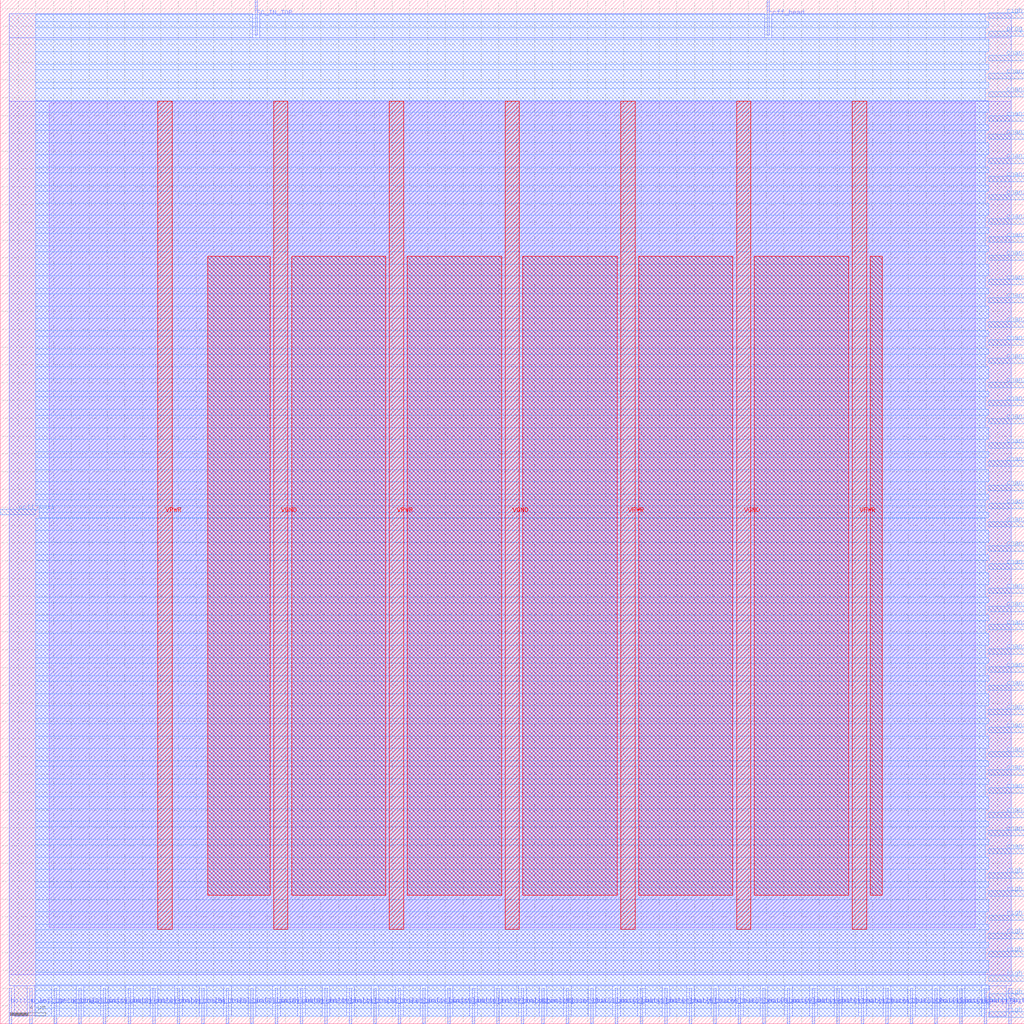
<source format=lef>
VERSION 5.7 ;
  NOWIREEXTENSIONATPIN ON ;
  DIVIDERCHAR "/" ;
  BUSBITCHARS "[]" ;
MACRO sb_0__2_
  CLASS BLOCK ;
  FOREIGN sb_0__2_ ;
  ORIGIN 0.000 0.000 ;
  SIZE 115.000 BY 115.000 ;
  PIN SC_IN_TOP
    DIRECTION INPUT ;
    USE SIGNAL ;
    PORT
      LAYER met2 ;
        RECT 28.610 111.000 28.890 115.000 ;
    END
  END SC_IN_TOP
  PIN SC_OUT_BOT
    DIRECTION OUTPUT TRISTATE ;
    USE SIGNAL ;
    PORT
      LAYER met2 ;
        RECT 113.250 0.000 113.530 4.000 ;
    END
  END SC_OUT_BOT
  PIN VGND
    DIRECTION INPUT ;
    USE GROUND ;
    PORT
      LAYER met4 ;
        RECT 30.710 10.640 32.310 103.600 ;
    END
    PORT
      LAYER met4 ;
        RECT 56.700 10.640 58.300 103.600 ;
    END
    PORT
      LAYER met4 ;
        RECT 82.690 10.640 84.290 103.600 ;
    END
  END VGND
  PIN VPWR
    DIRECTION INPUT ;
    USE POWER ;
    PORT
      LAYER met4 ;
        RECT 17.715 10.640 19.315 103.600 ;
    END
    PORT
      LAYER met4 ;
        RECT 43.705 10.640 45.305 103.600 ;
    END
    PORT
      LAYER met4 ;
        RECT 69.695 10.640 71.295 103.600 ;
    END
    PORT
      LAYER met4 ;
        RECT 95.685 10.640 97.285 103.600 ;
    END
  END VPWR
  PIN bottom_left_grid_pin_1_
    DIRECTION INPUT ;
    USE SIGNAL ;
    PORT
      LAYER met2 ;
        RECT 1.010 0.000 1.290 4.000 ;
    END
  END bottom_left_grid_pin_1_
  PIN ccff_head
    DIRECTION INPUT ;
    USE SIGNAL ;
    PORT
      LAYER met2 ;
        RECT 86.110 111.000 86.390 115.000 ;
    END
  END ccff_head
  PIN ccff_tail
    DIRECTION OUTPUT TRISTATE ;
    USE SIGNAL ;
    PORT
      LAYER met3 ;
        RECT 0.000 57.160 4.000 57.760 ;
    END
  END ccff_tail
  PIN chanx_right_in[0]
    DIRECTION INPUT ;
    USE SIGNAL ;
    PORT
      LAYER met3 ;
        RECT 111.000 19.080 115.000 19.680 ;
    END
  END chanx_right_in[0]
  PIN chanx_right_in[10]
    DIRECTION INPUT ;
    USE SIGNAL ;
    PORT
      LAYER met3 ;
        RECT 111.000 41.520 115.000 42.120 ;
    END
  END chanx_right_in[10]
  PIN chanx_right_in[11]
    DIRECTION INPUT ;
    USE SIGNAL ;
    PORT
      LAYER met3 ;
        RECT 111.000 44.240 115.000 44.840 ;
    END
  END chanx_right_in[11]
  PIN chanx_right_in[12]
    DIRECTION INPUT ;
    USE SIGNAL ;
    PORT
      LAYER met3 ;
        RECT 111.000 46.280 115.000 46.880 ;
    END
  END chanx_right_in[12]
  PIN chanx_right_in[13]
    DIRECTION INPUT ;
    USE SIGNAL ;
    PORT
      LAYER met3 ;
        RECT 111.000 48.320 115.000 48.920 ;
    END
  END chanx_right_in[13]
  PIN chanx_right_in[14]
    DIRECTION INPUT ;
    USE SIGNAL ;
    PORT
      LAYER met3 ;
        RECT 111.000 51.040 115.000 51.640 ;
    END
  END chanx_right_in[14]
  PIN chanx_right_in[15]
    DIRECTION INPUT ;
    USE SIGNAL ;
    PORT
      LAYER met3 ;
        RECT 111.000 53.080 115.000 53.680 ;
    END
  END chanx_right_in[15]
  PIN chanx_right_in[16]
    DIRECTION INPUT ;
    USE SIGNAL ;
    PORT
      LAYER met3 ;
        RECT 111.000 55.800 115.000 56.400 ;
    END
  END chanx_right_in[16]
  PIN chanx_right_in[17]
    DIRECTION INPUT ;
    USE SIGNAL ;
    PORT
      LAYER met3 ;
        RECT 111.000 57.840 115.000 58.440 ;
    END
  END chanx_right_in[17]
  PIN chanx_right_in[18]
    DIRECTION INPUT ;
    USE SIGNAL ;
    PORT
      LAYER met3 ;
        RECT 111.000 59.880 115.000 60.480 ;
    END
  END chanx_right_in[18]
  PIN chanx_right_in[19]
    DIRECTION INPUT ;
    USE SIGNAL ;
    PORT
      LAYER met3 ;
        RECT 111.000 62.600 115.000 63.200 ;
    END
  END chanx_right_in[19]
  PIN chanx_right_in[1]
    DIRECTION INPUT ;
    USE SIGNAL ;
    PORT
      LAYER met3 ;
        RECT 111.000 21.120 115.000 21.720 ;
    END
  END chanx_right_in[1]
  PIN chanx_right_in[2]
    DIRECTION INPUT ;
    USE SIGNAL ;
    PORT
      LAYER met3 ;
        RECT 111.000 23.160 115.000 23.760 ;
    END
  END chanx_right_in[2]
  PIN chanx_right_in[3]
    DIRECTION INPUT ;
    USE SIGNAL ;
    PORT
      LAYER met3 ;
        RECT 111.000 25.880 115.000 26.480 ;
    END
  END chanx_right_in[3]
  PIN chanx_right_in[4]
    DIRECTION INPUT ;
    USE SIGNAL ;
    PORT
      LAYER met3 ;
        RECT 111.000 27.920 115.000 28.520 ;
    END
  END chanx_right_in[4]
  PIN chanx_right_in[5]
    DIRECTION INPUT ;
    USE SIGNAL ;
    PORT
      LAYER met3 ;
        RECT 111.000 29.960 115.000 30.560 ;
    END
  END chanx_right_in[5]
  PIN chanx_right_in[6]
    DIRECTION INPUT ;
    USE SIGNAL ;
    PORT
      LAYER met3 ;
        RECT 111.000 32.680 115.000 33.280 ;
    END
  END chanx_right_in[6]
  PIN chanx_right_in[7]
    DIRECTION INPUT ;
    USE SIGNAL ;
    PORT
      LAYER met3 ;
        RECT 111.000 34.720 115.000 35.320 ;
    END
  END chanx_right_in[7]
  PIN chanx_right_in[8]
    DIRECTION INPUT ;
    USE SIGNAL ;
    PORT
      LAYER met3 ;
        RECT 111.000 37.440 115.000 38.040 ;
    END
  END chanx_right_in[8]
  PIN chanx_right_in[9]
    DIRECTION INPUT ;
    USE SIGNAL ;
    PORT
      LAYER met3 ;
        RECT 111.000 39.480 115.000 40.080 ;
    END
  END chanx_right_in[9]
  PIN chanx_right_out[0]
    DIRECTION OUTPUT TRISTATE ;
    USE SIGNAL ;
    PORT
      LAYER met3 ;
        RECT 111.000 64.640 115.000 65.240 ;
    END
  END chanx_right_out[0]
  PIN chanx_right_out[10]
    DIRECTION OUTPUT TRISTATE ;
    USE SIGNAL ;
    PORT
      LAYER met3 ;
        RECT 111.000 87.760 115.000 88.360 ;
    END
  END chanx_right_out[10]
  PIN chanx_right_out[11]
    DIRECTION OUTPUT TRISTATE ;
    USE SIGNAL ;
    PORT
      LAYER met3 ;
        RECT 111.000 89.800 115.000 90.400 ;
    END
  END chanx_right_out[11]
  PIN chanx_right_out[12]
    DIRECTION OUTPUT TRISTATE ;
    USE SIGNAL ;
    PORT
      LAYER met3 ;
        RECT 111.000 92.520 115.000 93.120 ;
    END
  END chanx_right_out[12]
  PIN chanx_right_out[13]
    DIRECTION OUTPUT TRISTATE ;
    USE SIGNAL ;
    PORT
      LAYER met3 ;
        RECT 111.000 94.560 115.000 95.160 ;
    END
  END chanx_right_out[13]
  PIN chanx_right_out[14]
    DIRECTION OUTPUT TRISTATE ;
    USE SIGNAL ;
    PORT
      LAYER met3 ;
        RECT 111.000 96.600 115.000 97.200 ;
    END
  END chanx_right_out[14]
  PIN chanx_right_out[15]
    DIRECTION OUTPUT TRISTATE ;
    USE SIGNAL ;
    PORT
      LAYER met3 ;
        RECT 111.000 99.320 115.000 99.920 ;
    END
  END chanx_right_out[15]
  PIN chanx_right_out[16]
    DIRECTION OUTPUT TRISTATE ;
    USE SIGNAL ;
    PORT
      LAYER met3 ;
        RECT 111.000 101.360 115.000 101.960 ;
    END
  END chanx_right_out[16]
  PIN chanx_right_out[17]
    DIRECTION OUTPUT TRISTATE ;
    USE SIGNAL ;
    PORT
      LAYER met3 ;
        RECT 111.000 104.080 115.000 104.680 ;
    END
  END chanx_right_out[17]
  PIN chanx_right_out[18]
    DIRECTION OUTPUT TRISTATE ;
    USE SIGNAL ;
    PORT
      LAYER met3 ;
        RECT 111.000 106.120 115.000 106.720 ;
    END
  END chanx_right_out[18]
  PIN chanx_right_out[19]
    DIRECTION OUTPUT TRISTATE ;
    USE SIGNAL ;
    PORT
      LAYER met3 ;
        RECT 111.000 108.160 115.000 108.760 ;
    END
  END chanx_right_out[19]
  PIN chanx_right_out[1]
    DIRECTION OUTPUT TRISTATE ;
    USE SIGNAL ;
    PORT
      LAYER met3 ;
        RECT 111.000 67.360 115.000 67.960 ;
    END
  END chanx_right_out[1]
  PIN chanx_right_out[2]
    DIRECTION OUTPUT TRISTATE ;
    USE SIGNAL ;
    PORT
      LAYER met3 ;
        RECT 111.000 69.400 115.000 70.000 ;
    END
  END chanx_right_out[2]
  PIN chanx_right_out[3]
    DIRECTION OUTPUT TRISTATE ;
    USE SIGNAL ;
    PORT
      LAYER met3 ;
        RECT 111.000 71.440 115.000 72.040 ;
    END
  END chanx_right_out[3]
  PIN chanx_right_out[4]
    DIRECTION OUTPUT TRISTATE ;
    USE SIGNAL ;
    PORT
      LAYER met3 ;
        RECT 111.000 74.160 115.000 74.760 ;
    END
  END chanx_right_out[4]
  PIN chanx_right_out[5]
    DIRECTION OUTPUT TRISTATE ;
    USE SIGNAL ;
    PORT
      LAYER met3 ;
        RECT 111.000 76.200 115.000 76.800 ;
    END
  END chanx_right_out[5]
  PIN chanx_right_out[6]
    DIRECTION OUTPUT TRISTATE ;
    USE SIGNAL ;
    PORT
      LAYER met3 ;
        RECT 111.000 78.240 115.000 78.840 ;
    END
  END chanx_right_out[6]
  PIN chanx_right_out[7]
    DIRECTION OUTPUT TRISTATE ;
    USE SIGNAL ;
    PORT
      LAYER met3 ;
        RECT 111.000 80.960 115.000 81.560 ;
    END
  END chanx_right_out[7]
  PIN chanx_right_out[8]
    DIRECTION OUTPUT TRISTATE ;
    USE SIGNAL ;
    PORT
      LAYER met3 ;
        RECT 111.000 83.000 115.000 83.600 ;
    END
  END chanx_right_out[8]
  PIN chanx_right_out[9]
    DIRECTION OUTPUT TRISTATE ;
    USE SIGNAL ;
    PORT
      LAYER met3 ;
        RECT 111.000 85.720 115.000 86.320 ;
    END
  END chanx_right_out[9]
  PIN chany_bottom_in[0]
    DIRECTION INPUT ;
    USE SIGNAL ;
    PORT
      LAYER met2 ;
        RECT 3.310 0.000 3.590 4.000 ;
    END
  END chany_bottom_in[0]
  PIN chany_bottom_in[10]
    DIRECTION INPUT ;
    USE SIGNAL ;
    PORT
      LAYER met2 ;
        RECT 30.910 0.000 31.190 4.000 ;
    END
  END chany_bottom_in[10]
  PIN chany_bottom_in[11]
    DIRECTION INPUT ;
    USE SIGNAL ;
    PORT
      LAYER met2 ;
        RECT 33.670 0.000 33.950 4.000 ;
    END
  END chany_bottom_in[11]
  PIN chany_bottom_in[12]
    DIRECTION INPUT ;
    USE SIGNAL ;
    PORT
      LAYER met2 ;
        RECT 36.430 0.000 36.710 4.000 ;
    END
  END chany_bottom_in[12]
  PIN chany_bottom_in[13]
    DIRECTION INPUT ;
    USE SIGNAL ;
    PORT
      LAYER met2 ;
        RECT 39.190 0.000 39.470 4.000 ;
    END
  END chany_bottom_in[13]
  PIN chany_bottom_in[14]
    DIRECTION INPUT ;
    USE SIGNAL ;
    PORT
      LAYER met2 ;
        RECT 41.950 0.000 42.230 4.000 ;
    END
  END chany_bottom_in[14]
  PIN chany_bottom_in[15]
    DIRECTION INPUT ;
    USE SIGNAL ;
    PORT
      LAYER met2 ;
        RECT 44.710 0.000 44.990 4.000 ;
    END
  END chany_bottom_in[15]
  PIN chany_bottom_in[16]
    DIRECTION INPUT ;
    USE SIGNAL ;
    PORT
      LAYER met2 ;
        RECT 47.470 0.000 47.750 4.000 ;
    END
  END chany_bottom_in[16]
  PIN chany_bottom_in[17]
    DIRECTION INPUT ;
    USE SIGNAL ;
    PORT
      LAYER met2 ;
        RECT 50.230 0.000 50.510 4.000 ;
    END
  END chany_bottom_in[17]
  PIN chany_bottom_in[18]
    DIRECTION INPUT ;
    USE SIGNAL ;
    PORT
      LAYER met2 ;
        RECT 52.990 0.000 53.270 4.000 ;
    END
  END chany_bottom_in[18]
  PIN chany_bottom_in[19]
    DIRECTION INPUT ;
    USE SIGNAL ;
    PORT
      LAYER met2 ;
        RECT 55.750 0.000 56.030 4.000 ;
    END
  END chany_bottom_in[19]
  PIN chany_bottom_in[1]
    DIRECTION INPUT ;
    USE SIGNAL ;
    PORT
      LAYER met2 ;
        RECT 6.070 0.000 6.350 4.000 ;
    END
  END chany_bottom_in[1]
  PIN chany_bottom_in[2]
    DIRECTION INPUT ;
    USE SIGNAL ;
    PORT
      LAYER met2 ;
        RECT 8.830 0.000 9.110 4.000 ;
    END
  END chany_bottom_in[2]
  PIN chany_bottom_in[3]
    DIRECTION INPUT ;
    USE SIGNAL ;
    PORT
      LAYER met2 ;
        RECT 11.590 0.000 11.870 4.000 ;
    END
  END chany_bottom_in[3]
  PIN chany_bottom_in[4]
    DIRECTION INPUT ;
    USE SIGNAL ;
    PORT
      LAYER met2 ;
        RECT 14.350 0.000 14.630 4.000 ;
    END
  END chany_bottom_in[4]
  PIN chany_bottom_in[5]
    DIRECTION INPUT ;
    USE SIGNAL ;
    PORT
      LAYER met2 ;
        RECT 17.110 0.000 17.390 4.000 ;
    END
  END chany_bottom_in[5]
  PIN chany_bottom_in[6]
    DIRECTION INPUT ;
    USE SIGNAL ;
    PORT
      LAYER met2 ;
        RECT 19.870 0.000 20.150 4.000 ;
    END
  END chany_bottom_in[6]
  PIN chany_bottom_in[7]
    DIRECTION INPUT ;
    USE SIGNAL ;
    PORT
      LAYER met2 ;
        RECT 22.630 0.000 22.910 4.000 ;
    END
  END chany_bottom_in[7]
  PIN chany_bottom_in[8]
    DIRECTION INPUT ;
    USE SIGNAL ;
    PORT
      LAYER met2 ;
        RECT 25.390 0.000 25.670 4.000 ;
    END
  END chany_bottom_in[8]
  PIN chany_bottom_in[9]
    DIRECTION INPUT ;
    USE SIGNAL ;
    PORT
      LAYER met2 ;
        RECT 28.150 0.000 28.430 4.000 ;
    END
  END chany_bottom_in[9]
  PIN chany_bottom_out[0]
    DIRECTION OUTPUT TRISTATE ;
    USE SIGNAL ;
    PORT
      LAYER met2 ;
        RECT 58.510 0.000 58.790 4.000 ;
    END
  END chany_bottom_out[0]
  PIN chany_bottom_out[10]
    DIRECTION OUTPUT TRISTATE ;
    USE SIGNAL ;
    PORT
      LAYER met2 ;
        RECT 85.650 0.000 85.930 4.000 ;
    END
  END chany_bottom_out[10]
  PIN chany_bottom_out[11]
    DIRECTION OUTPUT TRISTATE ;
    USE SIGNAL ;
    PORT
      LAYER met2 ;
        RECT 88.410 0.000 88.690 4.000 ;
    END
  END chany_bottom_out[11]
  PIN chany_bottom_out[12]
    DIRECTION OUTPUT TRISTATE ;
    USE SIGNAL ;
    PORT
      LAYER met2 ;
        RECT 91.170 0.000 91.450 4.000 ;
    END
  END chany_bottom_out[12]
  PIN chany_bottom_out[13]
    DIRECTION OUTPUT TRISTATE ;
    USE SIGNAL ;
    PORT
      LAYER met2 ;
        RECT 93.930 0.000 94.210 4.000 ;
    END
  END chany_bottom_out[13]
  PIN chany_bottom_out[14]
    DIRECTION OUTPUT TRISTATE ;
    USE SIGNAL ;
    PORT
      LAYER met2 ;
        RECT 96.690 0.000 96.970 4.000 ;
    END
  END chany_bottom_out[14]
  PIN chany_bottom_out[15]
    DIRECTION OUTPUT TRISTATE ;
    USE SIGNAL ;
    PORT
      LAYER met2 ;
        RECT 99.450 0.000 99.730 4.000 ;
    END
  END chany_bottom_out[15]
  PIN chany_bottom_out[16]
    DIRECTION OUTPUT TRISTATE ;
    USE SIGNAL ;
    PORT
      LAYER met2 ;
        RECT 102.210 0.000 102.490 4.000 ;
    END
  END chany_bottom_out[16]
  PIN chany_bottom_out[17]
    DIRECTION OUTPUT TRISTATE ;
    USE SIGNAL ;
    PORT
      LAYER met2 ;
        RECT 104.970 0.000 105.250 4.000 ;
    END
  END chany_bottom_out[17]
  PIN chany_bottom_out[18]
    DIRECTION OUTPUT TRISTATE ;
    USE SIGNAL ;
    PORT
      LAYER met2 ;
        RECT 107.730 0.000 108.010 4.000 ;
    END
  END chany_bottom_out[18]
  PIN chany_bottom_out[19]
    DIRECTION OUTPUT TRISTATE ;
    USE SIGNAL ;
    PORT
      LAYER met2 ;
        RECT 110.490 0.000 110.770 4.000 ;
    END
  END chany_bottom_out[19]
  PIN chany_bottom_out[1]
    DIRECTION OUTPUT TRISTATE ;
    USE SIGNAL ;
    PORT
      LAYER met2 ;
        RECT 60.810 0.000 61.090 4.000 ;
    END
  END chany_bottom_out[1]
  PIN chany_bottom_out[2]
    DIRECTION OUTPUT TRISTATE ;
    USE SIGNAL ;
    PORT
      LAYER met2 ;
        RECT 63.570 0.000 63.850 4.000 ;
    END
  END chany_bottom_out[2]
  PIN chany_bottom_out[3]
    DIRECTION OUTPUT TRISTATE ;
    USE SIGNAL ;
    PORT
      LAYER met2 ;
        RECT 66.330 0.000 66.610 4.000 ;
    END
  END chany_bottom_out[3]
  PIN chany_bottom_out[4]
    DIRECTION OUTPUT TRISTATE ;
    USE SIGNAL ;
    PORT
      LAYER met2 ;
        RECT 69.090 0.000 69.370 4.000 ;
    END
  END chany_bottom_out[4]
  PIN chany_bottom_out[5]
    DIRECTION OUTPUT TRISTATE ;
    USE SIGNAL ;
    PORT
      LAYER met2 ;
        RECT 71.850 0.000 72.130 4.000 ;
    END
  END chany_bottom_out[5]
  PIN chany_bottom_out[6]
    DIRECTION OUTPUT TRISTATE ;
    USE SIGNAL ;
    PORT
      LAYER met2 ;
        RECT 74.610 0.000 74.890 4.000 ;
    END
  END chany_bottom_out[6]
  PIN chany_bottom_out[7]
    DIRECTION OUTPUT TRISTATE ;
    USE SIGNAL ;
    PORT
      LAYER met2 ;
        RECT 77.370 0.000 77.650 4.000 ;
    END
  END chany_bottom_out[7]
  PIN chany_bottom_out[8]
    DIRECTION OUTPUT TRISTATE ;
    USE SIGNAL ;
    PORT
      LAYER met2 ;
        RECT 80.130 0.000 80.410 4.000 ;
    END
  END chany_bottom_out[8]
  PIN chany_bottom_out[9]
    DIRECTION OUTPUT TRISTATE ;
    USE SIGNAL ;
    PORT
      LAYER met2 ;
        RECT 82.890 0.000 83.170 4.000 ;
    END
  END chany_bottom_out[9]
  PIN prog_clk_0_E_in
    DIRECTION INPUT ;
    USE SIGNAL ;
    PORT
      LAYER met3 ;
        RECT 111.000 110.880 115.000 111.480 ;
    END
  END prog_clk_0_E_in
  PIN right_bottom_grid_pin_34_
    DIRECTION INPUT ;
    USE SIGNAL ;
    PORT
      LAYER met3 ;
        RECT 111.000 0.720 115.000 1.320 ;
    END
  END right_bottom_grid_pin_34_
  PIN right_bottom_grid_pin_35_
    DIRECTION INPUT ;
    USE SIGNAL ;
    PORT
      LAYER met3 ;
        RECT 111.000 2.760 115.000 3.360 ;
    END
  END right_bottom_grid_pin_35_
  PIN right_bottom_grid_pin_36_
    DIRECTION INPUT ;
    USE SIGNAL ;
    PORT
      LAYER met3 ;
        RECT 111.000 4.800 115.000 5.400 ;
    END
  END right_bottom_grid_pin_36_
  PIN right_bottom_grid_pin_37_
    DIRECTION INPUT ;
    USE SIGNAL ;
    PORT
      LAYER met3 ;
        RECT 111.000 7.520 115.000 8.120 ;
    END
  END right_bottom_grid_pin_37_
  PIN right_bottom_grid_pin_38_
    DIRECTION INPUT ;
    USE SIGNAL ;
    PORT
      LAYER met3 ;
        RECT 111.000 9.560 115.000 10.160 ;
    END
  END right_bottom_grid_pin_38_
  PIN right_bottom_grid_pin_39_
    DIRECTION INPUT ;
    USE SIGNAL ;
    PORT
      LAYER met3 ;
        RECT 111.000 11.600 115.000 12.200 ;
    END
  END right_bottom_grid_pin_39_
  PIN right_bottom_grid_pin_40_
    DIRECTION INPUT ;
    USE SIGNAL ;
    PORT
      LAYER met3 ;
        RECT 111.000 14.320 115.000 14.920 ;
    END
  END right_bottom_grid_pin_40_
  PIN right_bottom_grid_pin_41_
    DIRECTION INPUT ;
    USE SIGNAL ;
    PORT
      LAYER met3 ;
        RECT 111.000 16.360 115.000 16.960 ;
    END
  END right_bottom_grid_pin_41_
  PIN right_top_grid_pin_1_
    DIRECTION INPUT ;
    USE SIGNAL ;
    PORT
      LAYER met3 ;
        RECT 111.000 112.920 115.000 113.520 ;
    END
  END right_top_grid_pin_1_
  OBS
      LAYER li1 ;
        RECT 5.520 10.795 109.480 103.445 ;
      LAYER met1 ;
        RECT 0.990 5.480 113.550 103.600 ;
      LAYER met2 ;
        RECT 1.020 110.720 28.330 113.405 ;
        RECT 29.170 110.720 85.830 113.405 ;
        RECT 86.670 110.720 113.520 113.405 ;
        RECT 1.020 4.280 113.520 110.720 ;
        RECT 1.570 0.835 3.030 4.280 ;
        RECT 3.870 0.835 5.790 4.280 ;
        RECT 6.630 0.835 8.550 4.280 ;
        RECT 9.390 0.835 11.310 4.280 ;
        RECT 12.150 0.835 14.070 4.280 ;
        RECT 14.910 0.835 16.830 4.280 ;
        RECT 17.670 0.835 19.590 4.280 ;
        RECT 20.430 0.835 22.350 4.280 ;
        RECT 23.190 0.835 25.110 4.280 ;
        RECT 25.950 0.835 27.870 4.280 ;
        RECT 28.710 0.835 30.630 4.280 ;
        RECT 31.470 0.835 33.390 4.280 ;
        RECT 34.230 0.835 36.150 4.280 ;
        RECT 36.990 0.835 38.910 4.280 ;
        RECT 39.750 0.835 41.670 4.280 ;
        RECT 42.510 0.835 44.430 4.280 ;
        RECT 45.270 0.835 47.190 4.280 ;
        RECT 48.030 0.835 49.950 4.280 ;
        RECT 50.790 0.835 52.710 4.280 ;
        RECT 53.550 0.835 55.470 4.280 ;
        RECT 56.310 0.835 58.230 4.280 ;
        RECT 59.070 0.835 60.530 4.280 ;
        RECT 61.370 0.835 63.290 4.280 ;
        RECT 64.130 0.835 66.050 4.280 ;
        RECT 66.890 0.835 68.810 4.280 ;
        RECT 69.650 0.835 71.570 4.280 ;
        RECT 72.410 0.835 74.330 4.280 ;
        RECT 75.170 0.835 77.090 4.280 ;
        RECT 77.930 0.835 79.850 4.280 ;
        RECT 80.690 0.835 82.610 4.280 ;
        RECT 83.450 0.835 85.370 4.280 ;
        RECT 86.210 0.835 88.130 4.280 ;
        RECT 88.970 0.835 90.890 4.280 ;
        RECT 91.730 0.835 93.650 4.280 ;
        RECT 94.490 0.835 96.410 4.280 ;
        RECT 97.250 0.835 99.170 4.280 ;
        RECT 100.010 0.835 101.930 4.280 ;
        RECT 102.770 0.835 104.690 4.280 ;
        RECT 105.530 0.835 107.450 4.280 ;
        RECT 108.290 0.835 110.210 4.280 ;
        RECT 111.050 0.835 112.970 4.280 ;
      LAYER met3 ;
        RECT 4.000 112.520 110.600 113.385 ;
        RECT 4.000 111.880 111.000 112.520 ;
        RECT 4.000 110.480 110.600 111.880 ;
        RECT 4.000 109.160 111.000 110.480 ;
        RECT 4.000 107.760 110.600 109.160 ;
        RECT 4.000 107.120 111.000 107.760 ;
        RECT 4.000 105.720 110.600 107.120 ;
        RECT 4.000 105.080 111.000 105.720 ;
        RECT 4.000 103.680 110.600 105.080 ;
        RECT 4.000 102.360 111.000 103.680 ;
        RECT 4.000 100.960 110.600 102.360 ;
        RECT 4.000 100.320 111.000 100.960 ;
        RECT 4.000 98.920 110.600 100.320 ;
        RECT 4.000 97.600 111.000 98.920 ;
        RECT 4.000 96.200 110.600 97.600 ;
        RECT 4.000 95.560 111.000 96.200 ;
        RECT 4.000 94.160 110.600 95.560 ;
        RECT 4.000 93.520 111.000 94.160 ;
        RECT 4.000 92.120 110.600 93.520 ;
        RECT 4.000 90.800 111.000 92.120 ;
        RECT 4.000 89.400 110.600 90.800 ;
        RECT 4.000 88.760 111.000 89.400 ;
        RECT 4.000 87.360 110.600 88.760 ;
        RECT 4.000 86.720 111.000 87.360 ;
        RECT 4.000 85.320 110.600 86.720 ;
        RECT 4.000 84.000 111.000 85.320 ;
        RECT 4.000 82.600 110.600 84.000 ;
        RECT 4.000 81.960 111.000 82.600 ;
        RECT 4.000 80.560 110.600 81.960 ;
        RECT 4.000 79.240 111.000 80.560 ;
        RECT 4.000 77.840 110.600 79.240 ;
        RECT 4.000 77.200 111.000 77.840 ;
        RECT 4.000 75.800 110.600 77.200 ;
        RECT 4.000 75.160 111.000 75.800 ;
        RECT 4.000 73.760 110.600 75.160 ;
        RECT 4.000 72.440 111.000 73.760 ;
        RECT 4.000 71.040 110.600 72.440 ;
        RECT 4.000 70.400 111.000 71.040 ;
        RECT 4.000 69.000 110.600 70.400 ;
        RECT 4.000 68.360 111.000 69.000 ;
        RECT 4.000 66.960 110.600 68.360 ;
        RECT 4.000 65.640 111.000 66.960 ;
        RECT 4.000 64.240 110.600 65.640 ;
        RECT 4.000 63.600 111.000 64.240 ;
        RECT 4.000 62.200 110.600 63.600 ;
        RECT 4.000 60.880 111.000 62.200 ;
        RECT 4.000 59.480 110.600 60.880 ;
        RECT 4.000 58.840 111.000 59.480 ;
        RECT 4.000 58.160 110.600 58.840 ;
        RECT 4.400 57.440 110.600 58.160 ;
        RECT 4.400 56.800 111.000 57.440 ;
        RECT 4.400 56.760 110.600 56.800 ;
        RECT 4.000 55.400 110.600 56.760 ;
        RECT 4.000 54.080 111.000 55.400 ;
        RECT 4.000 52.680 110.600 54.080 ;
        RECT 4.000 52.040 111.000 52.680 ;
        RECT 4.000 50.640 110.600 52.040 ;
        RECT 4.000 49.320 111.000 50.640 ;
        RECT 4.000 47.920 110.600 49.320 ;
        RECT 4.000 47.280 111.000 47.920 ;
        RECT 4.000 45.880 110.600 47.280 ;
        RECT 4.000 45.240 111.000 45.880 ;
        RECT 4.000 43.840 110.600 45.240 ;
        RECT 4.000 42.520 111.000 43.840 ;
        RECT 4.000 41.120 110.600 42.520 ;
        RECT 4.000 40.480 111.000 41.120 ;
        RECT 4.000 39.080 110.600 40.480 ;
        RECT 4.000 38.440 111.000 39.080 ;
        RECT 4.000 37.040 110.600 38.440 ;
        RECT 4.000 35.720 111.000 37.040 ;
        RECT 4.000 34.320 110.600 35.720 ;
        RECT 4.000 33.680 111.000 34.320 ;
        RECT 4.000 32.280 110.600 33.680 ;
        RECT 4.000 30.960 111.000 32.280 ;
        RECT 4.000 29.560 110.600 30.960 ;
        RECT 4.000 28.920 111.000 29.560 ;
        RECT 4.000 27.520 110.600 28.920 ;
        RECT 4.000 26.880 111.000 27.520 ;
        RECT 4.000 25.480 110.600 26.880 ;
        RECT 4.000 24.160 111.000 25.480 ;
        RECT 4.000 22.760 110.600 24.160 ;
        RECT 4.000 22.120 111.000 22.760 ;
        RECT 4.000 20.720 110.600 22.120 ;
        RECT 4.000 20.080 111.000 20.720 ;
        RECT 4.000 18.680 110.600 20.080 ;
        RECT 4.000 17.360 111.000 18.680 ;
        RECT 4.000 15.960 110.600 17.360 ;
        RECT 4.000 15.320 111.000 15.960 ;
        RECT 4.000 13.920 110.600 15.320 ;
        RECT 4.000 12.600 111.000 13.920 ;
        RECT 4.000 11.200 110.600 12.600 ;
        RECT 4.000 10.560 111.000 11.200 ;
        RECT 4.000 9.160 110.600 10.560 ;
        RECT 4.000 8.520 111.000 9.160 ;
        RECT 4.000 7.120 110.600 8.520 ;
        RECT 4.000 5.800 111.000 7.120 ;
        RECT 4.000 4.400 110.600 5.800 ;
        RECT 4.000 3.760 111.000 4.400 ;
        RECT 4.000 2.360 110.600 3.760 ;
        RECT 4.000 1.720 111.000 2.360 ;
        RECT 4.000 0.855 110.600 1.720 ;
      LAYER met4 ;
        RECT 23.295 14.455 30.310 86.185 ;
        RECT 32.710 14.455 43.305 86.185 ;
        RECT 45.705 14.455 56.300 86.185 ;
        RECT 58.700 14.455 69.295 86.185 ;
        RECT 71.695 14.455 82.290 86.185 ;
        RECT 84.690 14.455 95.285 86.185 ;
        RECT 97.685 14.455 99.065 86.185 ;
  END
END sb_0__2_
END LIBRARY


</source>
